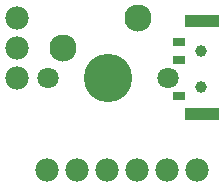
<source format=gbr>
%TF.GenerationSoftware,KiCad,Pcbnew,(5.1.6)-1*%
%TF.CreationDate,2020-09-22T19:12:10+02:00*%
%TF.ProjectId,Uno,556e6f2e-6b69-4636-9164-5f7063625858,rev?*%
%TF.SameCoordinates,Original*%
%TF.FileFunction,Soldermask,Top*%
%TF.FilePolarity,Negative*%
%FSLAX46Y46*%
G04 Gerber Fmt 4.6, Leading zero omitted, Abs format (unit mm)*
G04 Created by KiCad (PCBNEW (5.1.6)-1) date 2020-09-22 19:12:10*
%MOMM*%
%LPD*%
G01*
G04 APERTURE LIST*
%ADD10C,1.000000*%
%ADD11R,2.900000X1.100000*%
%ADD12R,1.100000X0.800000*%
%ADD13C,1.979600*%
%ADD14C,1.800000*%
%ADD15C,4.100000*%
%ADD16C,2.300000*%
G04 APERTURE END LIST*
D10*
%TO.C,SW1*%
X48650000Y-87750000D03*
X48600000Y-90750000D03*
D11*
X48700000Y-85150000D03*
D12*
X46800000Y-88500000D03*
X46800000Y-87000000D03*
X46800000Y-91500000D03*
D11*
X48700000Y-93100000D03*
%TD*%
D13*
%TO.C,U1*%
X33060000Y-84960000D03*
X33060000Y-87500000D03*
X33060000Y-90040000D03*
X48260000Y-97790000D03*
X45720000Y-97790000D03*
X43180000Y-97790000D03*
X40640000Y-97790000D03*
X38100000Y-97790000D03*
X35560000Y-97790000D03*
%TD*%
D14*
%TO.C,Maludo Uno*%
X45840000Y-90030000D03*
X35680000Y-90030000D03*
D15*
X40760000Y-90030000D03*
D16*
X36950000Y-87490000D03*
X43300000Y-84950000D03*
%TD*%
M02*

</source>
